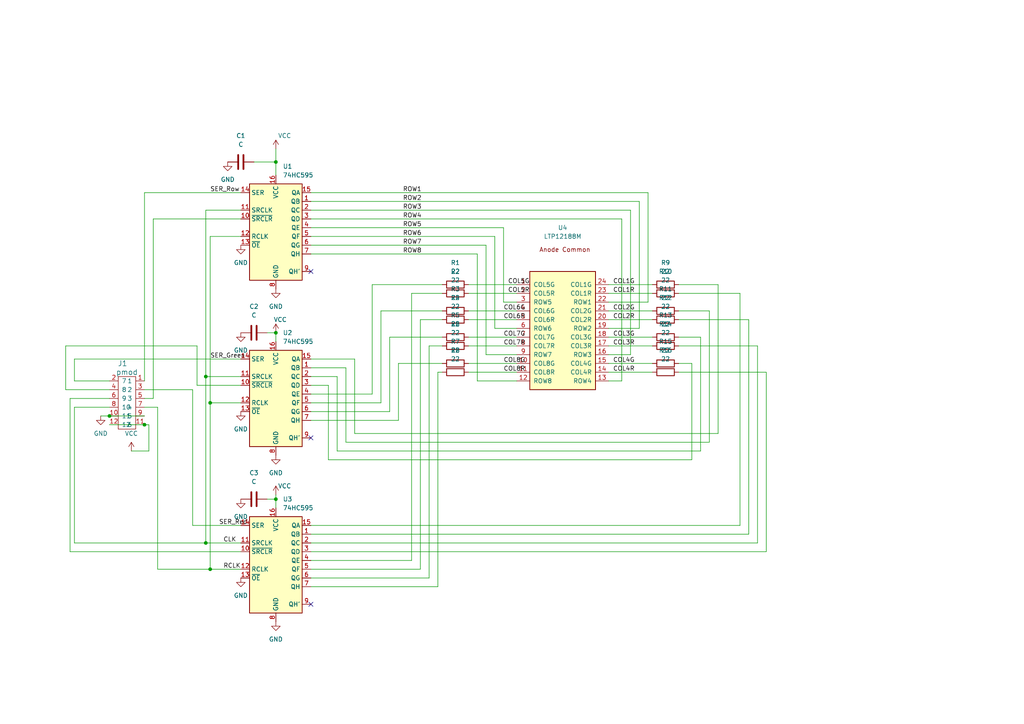
<source format=kicad_sch>
(kicad_sch (version 20211123) (generator eeschema)
  (paper "A4")
  (lib_symbols
    (symbol "74xx:74HC595"
      (property "Reference" "U" (at -7.62 13.97 0))
      (property "Value" "74HC595" (at -7.62 -16.51 0))
      (symbol "74HC595_1_0"
        (pin tri_state line (at 10.16 7.62 180) (length 2.54) (name "QB") (number "1"))
        (pin input line (at -10.16 2.54 0) (length 2.54) (name "~{SRCLR}") (number "10"))
        (pin input line (at -10.16 5.08 0) (length 2.54) (name "SRCLK") (number "11"))
        (pin input line (at -10.16 -2.54 0) (length 2.54) (name "RCLK") (number "12"))
        (pin input line (at -10.16 -5.08 0) (length 2.54) (name "~{OE}") (number "13"))
        (pin input line (at -10.16 10.16 0) (length 2.54) (name "SER") (number "14"))
        (pin tri_state line (at 10.16 10.16 180) (length 2.54) (name "QA") (number "15"))
        (pin power_in line (at 0 15.24 270) (length 2.54) (name "VCC") (number "16"))
        (pin tri_state line (at 10.16 5.08 180) (length 2.54) (name "QC") (number "2"))
        (pin tri_state line (at 10.16 2.54 180) (length 2.54) (name "QD") (number "3"))
        (pin tri_state line (at 10.16 0 180) (length 2.54) (name "QE") (number "4"))
        (pin tri_state line (at 10.16 -2.54 180) (length 2.54) (name "QF") (number "5"))
        (pin tri_state line (at 10.16 -5.08 180) (length 2.54) (name "QG") (number "6"))
        (pin tri_state line (at 10.16 -7.62 180) (length 2.54) (name "QH") (number "7"))
        (pin power_in line (at 0 -17.78 90) (length 2.54) (name "GND") (number "8"))
        (pin output line (at 10.16 -12.7 180) (length 2.54) (name "QH'") (number "9"))
      )
      (symbol "74HC595_1_1"
        (rectangle (start -7.62 12.7) (end 7.62 -15.24) (stroke (width 0.254)) (fill (type background)))
      )
    )
    (symbol "Device:C" (pin_numbers hide) (pin_names (offset 0.254))
      (property "Reference" "C" (at 0.635 2.54 0))
      (property "Value" "C" (at 0.635 -2.54 0))
      (symbol "C_0_1"
        (polyline (pts (xy -2.032 -0.762) (xy 2.032 -0.762)) (stroke (width 0.508)))
        (polyline (pts (xy -2.032 0.762) (xy 2.032 0.762)) (stroke (width 0.508)))
      )
      (symbol "C_1_1"
        (pin passive line (at 0 3.81 270) (length 2.794) (name "~") (number "1"))
        (pin passive line (at 0 -3.81 90) (length 2.794) (name "~") (number "2"))
      )
    )
    (symbol "Device:R" (pin_numbers hide) (pin_names (offset 0))
      (property "Reference" "R" (at 2.032 0 90))
      (property "Value" "R" (at 0 0 90))
      (symbol "R_0_1"
        (rectangle (start -1.016 -2.54) (end 1.016 2.54) (stroke (width 0.254)))
      )
      (symbol "R_1_1"
        (pin passive line (at 0 3.81 270) (length 1.27) (name "~") (number "1"))
        (pin passive line (at 0 -3.81 90) (length 1.27) (name "~") (number "2"))
      )
    )
    (symbol "Library:LTP12188M" (pin_names (offset 1.016))
      (property "Reference" "U" (at -7.62 25.4 0))
      (property "Value" "LTP12188M" (at -7.62 22.86 0))
      (symbol "LTP12188M_0_0"
        (text "Anode Common" (at -5.08 27.94 0) (effects (font (size 1.27 1.27))))
      )
      (symbol "LTP12188M_0_1"
        (rectangle (start -15.24 21.59) (end 3.81 -12.7) (stroke (width 0.254)) (fill (type background)))
      )
      (symbol "LTP12188M_1_1"
        (pin input line (at -19.05 17.78 0) (length 3.81) (name "COL5G") (number "1"))
        (pin bidirectional line (at -19.05 -5.08 0) (length 3.81) (name "COL8G") (number "10"))
        (pin bidirectional line (at -19.05 -7.62 0) (length 3.81) (name "COL8R") (number "11"))
        (pin bidirectional line (at -19.05 -10.16 0) (length 3.81) (name "ROW8") (number "12"))
        (pin bidirectional line (at 7.62 -10.16 180) (length 3.81) (name "ROW4") (number "13"))
        (pin bidirectional line (at 7.62 -7.62 180) (length 3.81) (name "COL4R") (number "14"))
        (pin bidirectional line (at 7.62 -5.08 180) (length 3.81) (name "COL4G") (number "15"))
        (pin bidirectional line (at 7.62 -2.54 180) (length 3.81) (name "ROW3") (number "16"))
        (pin bidirectional line (at 7.62 0 180) (length 3.81) (name "COL3R") (number "17"))
        (pin bidirectional line (at 7.62 2.54 180) (length 3.81) (name "COL3G") (number "18"))
        (pin bidirectional line (at 7.62 5.08 180) (length 3.81) (name "ROW2") (number "19"))
        (pin input line (at -19.05 15.24 0) (length 3.81) (name "COL5R") (number "2"))
        (pin bidirectional line (at 7.62 7.62 180) (length 3.81) (name "COL2R") (number "20"))
        (pin bidirectional line (at 7.62 10.16 180) (length 3.81) (name "COL2G") (number "21"))
        (pin bidirectional line (at 7.62 12.7 180) (length 3.81) (name "ROW1") (number "22"))
        (pin bidirectional line (at 7.62 15.24 180) (length 3.81) (name "COL1R") (number "23"))
        (pin bidirectional line (at 7.62 17.78 180) (length 3.81) (name "COL1G") (number "24"))
        (pin output line (at -19.05 12.7 0) (length 3.81) (name "ROW5") (number "3"))
        (pin bidirectional line (at -19.05 10.16 0) (length 3.81) (name "COL6G") (number "4"))
        (pin bidirectional line (at -19.05 7.62 0) (length 3.81) (name "COL6R") (number "5"))
        (pin bidirectional line (at -19.05 5.08 0) (length 3.81) (name "ROW6") (number "6"))
        (pin bidirectional line (at -19.05 2.54 0) (length 3.81) (name "COL7G") (number "7"))
        (pin bidirectional line (at -19.05 0 0) (length 3.81) (name "COL7R") (number "8"))
        (pin bidirectional line (at -19.05 -2.54 0) (length 3.81) (name "ROW7") (number "9"))
      )
    )
    (symbol "dk_Rectangular-Connectors-Headers-Male-Pins:pmod" (pin_names (offset 1.016))
      (property "Reference" "J" (at 0 7.62 0))
      (property "Value" "pmod" (at 0 10.16 0))
      (symbol "pmod_0_1"
        (rectangle (start -2.54 6.35) (end 2.54 -8.89))
      )
      (symbol "pmod_1_1"
        (pin passive line (at 5.08 5.08 180) (length 2.54) (name "1") (number "1"))
        (pin free line (at -5.08 -5.08 0) (length 2.54) (name "11") (number "10"))
        (pin power_in line (at 5.08 -7.62 180) (length 2.54) (name "6") (number "11"))
        (pin free line (at -5.08 -7.62 0) (length 2.54) (name "12") (number "12"))
        (pin passive line (at -5.08 5.08 0) (length 2.54) (name "7") (number "2"))
        (pin passive line (at 5.08 2.54 180) (length 2.54) (name "2") (number "3"))
        (pin passive line (at -5.08 2.54 0) (length 2.54) (name "8") (number "4"))
        (pin passive line (at 5.08 0 180) (length 2.54) (name "3") (number "5"))
        (pin passive line (at -5.08 0 0) (length 2.54) (name "9") (number "6"))
        (pin passive line (at 5.08 -2.54 180) (length 2.54) (name "4") (number "7"))
        (pin passive line (at -5.08 -2.54 0) (length 2.54) (name "10") (number "8"))
        (pin free line (at 5.08 -5.08 180) (length 2.54) (name "5") (number "9"))
      )
    )
    (symbol "power:GND" (power) (pin_names (offset 0))
      (property "Value" "GND" (at 0 -3.81 0))
      (symbol "GND_0_1"
        (polyline (pts (xy 0 0) (xy 0 -1.27) (xy 1.27 -1.27) (xy 0 -2.54) (xy -1.27 -1.27) (xy 0 -1.27)))
      )
      (symbol "GND_1_1"
        (pin power_in line (at 0 0 270) (length 0) hide (name "GND") (number "1"))
      )
    )
    (symbol "power:VCC" (power) (pin_names (offset 0))
      (property "Value" "VCC" (at 0 3.81 0))
      (symbol "VCC_0_1"
        (polyline (pts (xy -0.762 1.27) (xy 0 2.54)))
        (polyline (pts (xy 0 0) (xy 0 2.54)))
        (polyline (pts (xy 0 2.54) (xy 0.762 1.27)))
      )
      (symbol "VCC_1_1"
        (pin power_in line (at 0 0 90) (length 0) hide (name "VCC") (number "1"))
      )
    )
  )
  (junction (at 60.96 165.1))
  (junction (at 80.01 96.52))
  (junction (at 41.91 123.19))
  (junction (at 59.69 109.22))
  (junction (at 60.96 116.84))
  (junction (at 31.75 120.65))
  (junction (at 80.01 144.78))
  (junction (at 59.69 157.48))
  (junction (at 80.01 46.99))
  (no_connect (at 90.17 78.74))
  (no_connect (at 90.17 127))
  (no_connect (at 90.17 175.26))
  (wire (pts (xy 128.27 105.41) (xy 115.57 105.41)))
  (wire (pts (xy 21.59 110.49) (xy 31.75 110.49)))
  (wire (pts (xy 60.96 116.84) (xy 60.96 165.1)))
  (wire (pts (xy 21.59 118.11) (xy 31.75 118.11)))
  (wire (pts (xy 222.25 107.95) (xy 222.25 160.02)))
  (wire (pts (xy 110.49 90.17) (xy 110.49 116.84)))
  (wire (pts (xy 135.89 90.17) (xy 149.86 90.17)))
  (wire (pts (xy 176.53 107.95) (xy 189.23 107.95)))
  (wire (pts (xy 121.92 165.1) (xy 90.17 165.1)))
  (wire (pts (xy 135.89 97.79) (xy 149.86 97.79)))
  (wire (pts (xy 200.66 133.35) (xy 95.25 133.35)))
  (wire (pts (xy 60.96 165.1) (xy 69.85 165.1)))
  (wire (pts (xy 90.17 58.42) (xy 185.42 58.42)))
  (wire (pts (xy 90.17 157.48) (xy 219.71 157.48)))
  (wire (pts (xy 90.17 160.02) (xy 222.25 160.02)))
  (wire (pts (xy 135.89 82.55) (xy 149.86 82.55)))
  (wire (pts (xy 135.89 105.41) (xy 149.86 105.41)))
  (wire (pts (xy 185.42 95.25) (xy 185.42 58.42)))
  (wire (pts (xy 180.34 110.49) (xy 180.34 63.5)))
  (wire (pts (xy 196.85 90.17) (xy 205.74 90.17)))
  (wire (pts (xy 90.17 71.12) (xy 140.97 71.12)))
  (wire (pts (xy 128.27 85.09) (xy 119.38 85.09)))
  (wire (pts (xy 135.89 100.33) (xy 149.86 100.33)))
  (wire (pts (xy 59.69 109.22) (xy 69.85 109.22)))
  (wire (pts (xy 138.43 110.49) (xy 138.43 73.66)))
  (wire (pts (xy 128.27 107.95) (xy 127 107.95)))
  (wire (pts (xy 176.53 82.55) (xy 189.23 82.55)))
  (wire (pts (xy 208.28 82.55) (xy 208.28 125.73)))
  (wire (pts (xy 115.57 121.92) (xy 90.17 121.92)))
  (wire (pts (xy 59.69 157.48) (xy 21.59 157.48)))
  (wire (pts (xy 196.85 85.09) (xy 214.63 85.09)))
  (wire (pts (xy 176.53 90.17) (xy 189.23 90.17)))
  (wire (pts (xy 59.69 157.48) (xy 69.85 157.48)))
  (wire (pts (xy 113.03 119.38) (xy 90.17 119.38)))
  (wire (pts (xy 59.69 109.22) (xy 59.69 157.48)))
  (wire (pts (xy 21.59 104.14) (xy 69.85 104.14)))
  (wire (pts (xy 187.96 87.63) (xy 176.53 87.63)))
  (wire (pts (xy 124.46 100.33) (xy 124.46 167.64)))
  (wire (pts (xy 113.03 97.79) (xy 113.03 119.38)))
  (wire (pts (xy 149.86 87.63) (xy 146.05 87.63)))
  (wire (pts (xy 208.28 125.73) (xy 102.87 125.73)))
  (wire (pts (xy 127 170.18) (xy 90.17 170.18)))
  (wire (pts (xy 128.27 97.79) (xy 113.03 97.79)))
  (wire (pts (xy 205.74 128.27) (xy 100.33 128.27)))
  (wire (pts (xy 80.01 96.52) (xy 80.01 99.06)))
  (wire (pts (xy 95.25 111.76) (xy 90.17 111.76)))
  (wire (pts (xy 43.18 130.81) (xy 43.18 123.19)))
  (wire (pts (xy 196.85 105.41) (xy 200.66 105.41)))
  (wire (pts (xy 80.01 144.78) (xy 80.01 147.32)))
  (wire (pts (xy 110.49 116.84) (xy 90.17 116.84)))
  (wire (pts (xy 60.96 116.84) (xy 69.85 116.84)))
  (wire (pts (xy 90.17 63.5) (xy 180.34 63.5)))
  (wire (pts (xy 80.01 43.18) (xy 80.01 46.99)))
  (wire (pts (xy 182.88 102.87) (xy 182.88 60.96)))
  (wire (pts (xy 196.85 92.71) (xy 217.17 92.71)))
  (wire (pts (xy 57.15 100.33) (xy 57.15 111.76)))
  (wire (pts (xy 135.89 107.95) (xy 149.86 107.95)))
  (wire (pts (xy 55.88 152.4) (xy 55.88 113.03)))
  (wire (pts (xy 100.33 128.27) (xy 100.33 106.68)))
  (wire (pts (xy 196.85 100.33) (xy 219.71 100.33)))
  (wire (pts (xy 187.96 87.63) (xy 187.96 55.88)))
  (wire (pts (xy 200.66 105.41) (xy 200.66 133.35)))
  (wire (pts (xy 176.53 92.71) (xy 189.23 92.71)))
  (wire (pts (xy 119.38 85.09) (xy 119.38 162.56)))
  (wire (pts (xy 60.96 165.1) (xy 45.72 165.1)))
  (wire (pts (xy 21.59 104.14) (xy 21.59 110.49)))
  (wire (pts (xy 19.05 113.03) (xy 19.05 100.33)))
  (wire (pts (xy 203.2 130.81) (xy 97.79 130.81)))
  (wire (pts (xy 128.27 90.17) (xy 110.49 90.17)))
  (wire (pts (xy 196.85 97.79) (xy 203.2 97.79)))
  (wire (pts (xy 95.25 133.35) (xy 95.25 111.76)))
  (wire (pts (xy 127 107.95) (xy 127 170.18)))
  (wire (pts (xy 214.63 85.09) (xy 214.63 152.4)))
  (wire (pts (xy 185.42 95.25) (xy 176.53 95.25)))
  (wire (pts (xy 29.21 120.65) (xy 31.75 120.65)))
  (wire (pts (xy 128.27 92.71) (xy 121.92 92.71)))
  (wire (pts (xy 38.1 130.81) (xy 43.18 130.81)))
  (wire (pts (xy 80.01 46.99) (xy 80.01 50.8)))
  (wire (pts (xy 203.2 97.79) (xy 203.2 130.81)))
  (wire (pts (xy 77.47 96.52) (xy 80.01 96.52)))
  (wire (pts (xy 77.47 144.78) (xy 80.01 144.78)))
  (wire (pts (xy 31.75 120.65) (xy 41.91 120.65)))
  (wire (pts (xy 55.88 113.03) (xy 41.91 113.03)))
  (wire (pts (xy 182.88 102.87) (xy 176.53 102.87)))
  (wire (pts (xy 180.34 110.49) (xy 176.53 110.49)))
  (wire (pts (xy 196.85 107.95) (xy 222.25 107.95)))
  (wire (pts (xy 115.57 105.41) (xy 115.57 121.92)))
  (wire (pts (xy 97.79 130.81) (xy 97.79 109.22)))
  (wire (pts (xy 214.63 152.4) (xy 90.17 152.4)))
  (wire (pts (xy 102.87 104.14) (xy 90.17 104.14)))
  (wire (pts (xy 55.88 152.4) (xy 69.85 152.4)))
  (wire (pts (xy 20.32 115.57) (xy 20.32 160.02)))
  (wire (pts (xy 107.95 114.3) (xy 90.17 114.3)))
  (wire (pts (xy 149.86 95.25) (xy 143.51 95.25)))
  (wire (pts (xy 60.96 68.58) (xy 60.96 116.84)))
  (wire (pts (xy 100.33 106.68) (xy 90.17 106.68)))
  (wire (pts (xy 107.95 82.55) (xy 107.95 114.3)))
  (wire (pts (xy 128.27 82.55) (xy 107.95 82.55)))
  (wire (pts (xy 44.45 115.57) (xy 44.45 63.5)))
  (wire (pts (xy 176.53 105.41) (xy 189.23 105.41)))
  (wire (pts (xy 149.86 110.49) (xy 138.43 110.49)))
  (wire (pts (xy 90.17 154.94) (xy 217.17 154.94)))
  (wire (pts (xy 57.15 111.76) (xy 69.85 111.76)))
  (wire (pts (xy 45.72 118.11) (xy 41.91 118.11)))
  (wire (pts (xy 41.91 115.57) (xy 44.45 115.57)))
  (wire (pts (xy 128.27 100.33) (xy 124.46 100.33)))
  (wire (pts (xy 31.75 115.57) (xy 20.32 115.57)))
  (wire (pts (xy 135.89 85.09) (xy 149.86 85.09)))
  (wire (pts (xy 205.74 90.17) (xy 205.74 128.27)))
  (wire (pts (xy 121.92 92.71) (xy 121.92 165.1)))
  (wire (pts (xy 119.38 162.56) (xy 90.17 162.56)))
  (wire (pts (xy 69.85 60.96) (xy 59.69 60.96)))
  (wire (pts (xy 43.18 123.19) (xy 41.91 123.19)))
  (wire (pts (xy 217.17 92.71) (xy 217.17 154.94)))
  (wire (pts (xy 31.75 123.19) (xy 41.91 123.19)))
  (wire (pts (xy 140.97 102.87) (xy 140.97 71.12)))
  (wire (pts (xy 90.17 73.66) (xy 138.43 73.66)))
  (wire (pts (xy 143.51 95.25) (xy 143.51 68.58)))
  (wire (pts (xy 45.72 165.1) (xy 45.72 118.11)))
  (wire (pts (xy 73.66 46.99) (xy 80.01 46.99)))
  (wire (pts (xy 69.85 68.58) (xy 60.96 68.58)))
  (wire (pts (xy 20.32 160.02) (xy 69.85 160.02)))
  (wire (pts (xy 21.59 157.48) (xy 21.59 118.11)))
  (wire (pts (xy 90.17 167.64) (xy 124.46 167.64)))
  (wire (pts (xy 149.86 102.87) (xy 140.97 102.87)))
  (wire (pts (xy 41.91 55.88) (xy 41.91 110.49)))
  (wire (pts (xy 102.87 125.73) (xy 102.87 104.14)))
  (wire (pts (xy 41.91 55.88) (xy 69.85 55.88)))
  (wire (pts (xy 80.01 143.51) (xy 80.01 144.78)))
  (wire (pts (xy 219.71 100.33) (xy 219.71 157.48)))
  (wire (pts (xy 176.53 100.33) (xy 189.23 100.33)))
  (wire (pts (xy 59.69 60.96) (xy 59.69 109.22)))
  (wire (pts (xy 90.17 66.04) (xy 146.05 66.04)))
  (wire (pts (xy 196.85 82.55) (xy 208.28 82.55)))
  (wire (pts (xy 135.89 92.71) (xy 149.86 92.71)))
  (wire (pts (xy 19.05 100.33) (xy 57.15 100.33)))
  (wire (pts (xy 97.79 109.22) (xy 90.17 109.22)))
  (wire (pts (xy 176.53 85.09) (xy 189.23 85.09)))
  (wire (pts (xy 31.75 113.03) (xy 19.05 113.03)))
  (wire (pts (xy 90.17 68.58) (xy 143.51 68.58)))
  (wire (pts (xy 90.17 60.96) (xy 182.88 60.96)))
  (wire (pts (xy 90.17 55.88) (xy 187.96 55.88)))
  (wire (pts (xy 44.45 63.5) (xy 69.85 63.5)))
  (wire (pts (xy 176.53 97.79) (xy 189.23 97.79)))
  (wire (pts (xy 146.05 87.63) (xy 146.05 66.04)))
  (label "COL2R" (at 177.8 92.71 0))
  (label "COL7G" (at 146.05 97.79 0))
  (label "ROW2" (at 116.84 58.42 0))
  (label "CLK" (at 64.77 157.48 0))
  (label "COL5G" (at 147.32 82.55 0))
  (label "ROW6" (at 116.84 68.58 0))
  (label "ROW5" (at 116.84 66.04 0))
  (label "COL3R" (at 177.8 100.33 0))
  (label "SER_Green" (at 60.96 104.14 0))
  (label "RCLK" (at 64.77 165.1 0))
  (label "COL5R" (at 147.32 85.09 0))
  (label "COL7R" (at 146.05 100.33 0))
  (label "SER_Row" (at 60.96 55.88 0))
  (label "COL1R" (at 177.8 85.09 0))
  (label "COL4G" (at 177.8 105.41 0))
  (label "COL8R" (at 146.05 107.95 0))
  (label "ROW4" (at 116.84 63.5 0))
  (label "ROW1" (at 116.84 55.88 0))
  (label "COL3G" (at 177.8 97.79 0))
  (label "ROW8" (at 116.84 73.66 0))
  (label "ROW3" (at 116.84 60.96 0))
  (label "COL1G" (at 177.8 82.55 0))
  (label "COL4R" (at 177.8 107.95 0))
  (label "COL6R" (at 146.05 92.71 0))
  (label "COL6G" (at 146.05 90.17 0))
  (label "COL8G" (at 146.05 105.41 0))
  (label "SER_Red" (at 63.5 152.4 0))
  (label "COL2G" (at 177.8 90.17 0))
  (label "ROW7" (at 116.84 71.12 0))
  (symbol (lib_id "Device:R") (at 193.04 107.95 90) (unit 1)
    (property "Reference" "R16" (at 193.04 101.6 90))
    (property "Value" "22" (at 193.04 104.14 90))
    (property "Footprint" "Resistor_SMD:R_0603_1608Metric_Pad0.98x0.95mm_HandSolder" (effects hide))
  )
  (symbol (lib_id "Device:R") (at 132.08 100.33 90) (unit 1)
    (property "Reference" "R6" (at 132.08 93.98 90))
    (property "Value" "22" (at 132.08 96.52 90))
    (property "Footprint" "Resistor_SMD:R_0603_1608Metric_Pad0.98x0.95mm_HandSolder" (effects hide))
  )
  (symbol (lib_id "power:GND") (at 69.85 119.38 0) (unit 1)
    (property "Reference" "#PWR04" (effects hide))
    (property "Value" "GND" (at 69.85 124.46 0))
  )
  (symbol (lib_id "Device:C") (at 69.85 46.99 90) (unit 1)
    (property "Reference" "C1" (at 69.85 39.37 90))
    (property "Value" "C" (at 69.85 41.91 90))
    (property "Footprint" "Capacitor_SMD:C_0603_1608Metric_Pad1.08x0.95mm_HandSolder" (effects hide))
  )
  (symbol (lib_id "74xx:74HC595") (at 80.01 162.56 0) (unit 1)
    (property "Reference" "U3" (at 82.0294 144.78 0) (effects (justify left)))
    (property "Value" "74HC595" (at 82.0294 147.32 0) (effects (justify left)))
    (property "Footprint" "Package_SO:SOP-16_4.55x10.3mm_P1.27mm" (effects hide))
    (property "Datasheet" "http://www.ti.com/lit/ds/symlink/sn74hc595.pdf" (effects hide))
  )
  (symbol (lib_id "power:GND") (at 80.01 180.34 0) (unit 1)
    (property "Reference" "#PWR011" (effects hide))
    (property "Value" "GND" (at 80.01 185.42 0))
  )
  (symbol (lib_id "Device:R") (at 132.08 82.55 90) (unit 1)
    (property "Reference" "R1" (at 132.08 76.2 90))
    (property "Value" "22" (at 132.08 78.74 90))
    (property "Footprint" "Resistor_SMD:R_0603_1608Metric_Pad0.98x0.95mm_HandSolder" (effects hide))
  )
  (symbol (lib_id "Device:R") (at 193.04 85.09 90) (unit 1)
    (property "Reference" "R10" (at 193.04 78.74 90))
    (property "Value" "22" (at 193.04 81.28 90))
    (property "Footprint" "Resistor_SMD:R_0603_1608Metric_Pad0.98x0.95mm_HandSolder" (effects hide))
  )
  (symbol (lib_id "Device:R") (at 132.08 90.17 90) (unit 1)
    (property "Reference" "R3" (at 132.08 83.82 90))
    (property "Value" "22" (at 132.08 86.36 90))
    (property "Footprint" "Resistor_SMD:R_0603_1608Metric_Pad0.98x0.95mm_HandSolder" (effects hide))
  )
  (symbol (lib_id "power:GND") (at 69.85 71.12 0) (unit 1)
    (property "Reference" "#PWR03" (effects hide))
    (property "Value" "GND" (at 69.85 76.2 0))
  )
  (symbol (lib_id "74xx:74HC595") (at 80.01 66.04 0) (unit 1)
    (property "Reference" "U1" (at 82.0294 48.26 0) (effects (justify left)))
    (property "Value" "74HC595" (at 82.0294 50.8 0) (effects (justify left)))
    (property "Footprint" "Package_SO:SOP-16_4.55x10.3mm_P1.27mm" (effects hide))
    (property "Datasheet" "http://www.ti.com/lit/ds/symlink/sn74hc595.pdf" (effects hide))
  )
  (symbol (lib_id "Device:R") (at 193.04 90.17 90) (unit 1)
    (property "Reference" "R11" (at 193.04 83.82 90))
    (property "Value" "22" (at 193.04 86.36 90))
    (property "Footprint" "Resistor_SMD:R_0603_1608Metric_Pad0.98x0.95mm_HandSolder" (effects hide))
  )
  (symbol (lib_id "power:VCC") (at 80.01 143.51 0) (unit 1)
    (property "Reference" "#PWR010" (effects hide))
    (property "Value" "VCC" (at 82.55 140.97 0))
  )
  (symbol (lib_id "Device:R") (at 132.08 92.71 90) (unit 1)
    (property "Reference" "R4" (at 132.08 86.36 90))
    (property "Value" "22" (at 132.08 88.9 90))
    (property "Footprint" "Resistor_SMD:R_0603_1608Metric_Pad0.98x0.95mm_HandSolder" (effects hide))
  )
  (symbol (lib_id "power:GND") (at 69.85 167.64 0) (unit 1)
    (property "Reference" "#PWR05" (effects hide))
    (property "Value" "GND" (at 69.85 172.72 0))
  )
  (symbol (lib_id "74xx:74HC595") (at 80.01 114.3 0) (unit 1)
    (property "Reference" "U2" (at 82.0294 96.52 0) (effects (justify left)))
    (property "Value" "74HC595" (at 82.0294 99.06 0) (effects (justify left)))
    (property "Footprint" "Package_SO:SOP-16_4.55x10.3mm_P1.27mm" (effects hide))
    (property "Datasheet" "http://www.ti.com/lit/ds/symlink/sn74hc595.pdf" (effects hide))
  )
  (symbol (lib_id "power:GND") (at 66.04 46.99 0) (unit 1)
    (property "Reference" "#PWR012" (effects hide))
    (property "Value" "GND" (at 66.04 52.07 0))
  )
  (symbol (lib_id "Device:R") (at 193.04 97.79 90) (unit 1)
    (property "Reference" "R13" (at 193.04 91.44 90))
    (property "Value" "22" (at 193.04 93.98 90))
    (property "Footprint" "Resistor_SMD:R_0603_1608Metric_Pad0.98x0.95mm_HandSolder" (effects hide))
  )
  (symbol (lib_id "Device:R") (at 132.08 85.09 90) (unit 1)
    (property "Reference" "R2" (at 132.08 78.74 90))
    (property "Value" "22" (at 132.08 81.28 90))
    (property "Footprint" "Resistor_SMD:R_0603_1608Metric_Pad0.98x0.95mm_HandSolder" (effects hide))
  )
  (symbol (lib_id "Device:C") (at 73.66 96.52 90) (unit 1)
    (property "Reference" "C2" (at 73.66 88.9 90))
    (property "Value" "C" (at 73.66 91.44 90))
    (property "Footprint" "Capacitor_SMD:C_0603_1608Metric_Pad1.08x0.95mm_HandSolder" (effects hide))
  )
  (symbol (lib_id "power:VCC") (at 80.01 96.52 0) (unit 1)
    (property "Reference" "#PWR08" (effects hide))
    (property "Value" "VCC" (at 81.28 92.71 0))
  )
  (symbol (lib_id "Device:C") (at 73.66 144.78 90) (unit 1)
    (property "Reference" "C3" (at 73.66 137.16 90))
    (property "Value" "C" (at 73.66 139.7 90))
    (property "Footprint" "Capacitor_SMD:C_0603_1608Metric_Pad1.08x0.95mm_HandSolder" (effects hide))
  )
  (symbol (lib_id "Device:R") (at 132.08 105.41 90) (unit 1)
    (property "Reference" "R7" (at 132.08 99.06 90))
    (property "Value" "22" (at 132.08 101.6 90))
    (property "Footprint" "Resistor_SMD:R_0603_1608Metric_Pad0.98x0.95mm_HandSolder" (effects hide))
  )
  (symbol (lib_id "power:VCC") (at 80.01 43.18 0) (unit 1)
    (property "Reference" "#PWR06" (effects hide))
    (property "Value" "VCC" (at 82.55 39.37 0))
  )
  (symbol (lib_id "power:GND") (at 29.21 120.65 0) (unit 1)
    (property "Reference" "#PWR01" (effects hide))
    (property "Value" "GND" (at 29.21 125.73 0))
  )
  (symbol (lib_id "power:GND") (at 80.01 132.08 0) (unit 1)
    (property "Reference" "#PWR09" (effects hide))
    (property "Value" "GND" (at 80.01 137.16 0))
  )
  (symbol (lib_id "Device:R") (at 132.08 107.95 90) (unit 1)
    (property "Reference" "R8" (at 132.08 101.6 90))
    (property "Value" "22" (at 132.08 104.14 90))
    (property "Footprint" "Resistor_SMD:R_0603_1608Metric_Pad0.98x0.95mm_HandSolder" (effects hide))
  )
  (symbol (lib_id "Device:R") (at 132.08 97.79 90) (unit 1)
    (property "Reference" "R5" (at 132.08 91.44 90))
    (property "Value" "22" (at 132.08 93.98 90))
    (property "Footprint" "Resistor_SMD:R_0603_1608Metric_Pad0.98x0.95mm_HandSolder" (effects hide))
  )
  (symbol (lib_id "Device:R") (at 193.04 92.71 90) (unit 1)
    (property "Reference" "R12" (at 193.04 86.36 90))
    (property "Value" "22" (at 193.04 88.9 90))
    (property "Footprint" "Resistor_SMD:R_0603_1608Metric_Pad0.98x0.95mm_HandSolder" (effects hide))
  )
  (symbol (lib_id "Device:R") (at 193.04 105.41 90) (unit 1)
    (property "Reference" "R15" (at 193.04 99.06 90))
    (property "Value" "22" (at 193.04 101.6 90))
    (property "Footprint" "Resistor_SMD:R_0603_1608Metric_Pad0.98x0.95mm_HandSolder" (effects hide))
  )
  (symbol (lib_id "power:VCC") (at 38.1 130.81 0) (unit 1)
    (property "Reference" "#PWR02" (effects hide))
    (property "Value" "VCC" (at 38.1 125.73 0))
  )
  (symbol (lib_id "dk_Rectangular-Connectors-Headers-Male-Pins:pmod") (at 36.83 115.57 0) (unit 1)
    (property "Reference" "J1" (at 35.56 105.41 0) (effects (font (size 1.524 1.524))))
    (property "Value" "pmod" (at 36.83 107.95 0) (effects (font (size 1.524 1.524))))
    (property "Footprint" "Connector_PinHeader_2.54mm:PinHeader_2x06_P2.54mm_Horizontal" (effects hide))
    (property "Datasheet" "https://cdn.amphenol-icc.com/media/wysiwyg/files/drawing/67996.pdf" (effects hide))
    (property "Digi-Key_PN" "609-3219-ND" (effects hide))
    (property "MPN" "67996-412HLF" (effects hide))
    (property "Category" "Connectors, Interconnects" (effects hide))
    (property "Family" "Rectangular Connectors - Headers, Male Pins" (effects hide))
    (property "DK_Datasheet_Link" "https://cdn.amphenol-icc.com/media/wysiwyg/files/drawing/67996.pdf" (effects hide))
    (property "DK_Detail_Page" "/product-detail/en/amphenol-icc-fci/67996-412HLF/609-3219-ND/1878508" (effects hide))
    (property "Description" "CONN HEADER VERT 12POS 2.54MM" (effects hide))
    (property "Manufacturer" "Amphenol ICC (FCI)" (effects hide))
    (property "Status" "Active" (effects hide))
  )
  (symbol (lib_id "Device:R") (at 193.04 100.33 90) (unit 1)
    (property "Reference" "R14" (at 193.04 93.98 90))
    (property "Value" "22" (at 193.04 96.52 90))
    (property "Footprint" "Resistor_SMD:R_0603_1608Metric_Pad0.98x0.95mm_HandSolder" (effects hide))
  )
  (symbol (lib_id "Library:LTP12188M") (at 168.91 100.33 0) (unit 1)
    (property "Reference" "U4" (at 163.195 66.04 0))
    (property "Value" "LTP12188M" (at 163.195 68.58 0))
    (property "Footprint" "Library:LTP12188" (effects hide))
  )
  (symbol (lib_id "Device:R") (at 193.04 82.55 90) (unit 1)
    (property "Reference" "R9" (at 193.04 76.2 90))
    (property "Value" "22" (at 193.04 78.74 90))
    (property "Footprint" "Resistor_SMD:R_0603_1608Metric_Pad0.98x0.95mm_HandSolder" (effects hide))
  )
  (symbol (lib_id "power:GND") (at 69.85 144.78 0) (unit 1)
    (property "Reference" "#PWR014" (effects hide))
    (property "Value" "GND" (at 69.85 149.86 0))
  )
  (symbol (lib_id "power:GND") (at 80.01 83.82 0) (unit 1)
    (property "Reference" "#PWR07" (effects hide))
    (property "Value" "GND" (at 80.01 88.9 0))
  )
  (symbol (lib_id "power:GND") (at 69.85 96.52 0) (unit 1)
    (property "Reference" "#PWR013" (effects hide))
    (property "Value" "GND" (at 69.85 101.6 0))
  )
)
</source>
